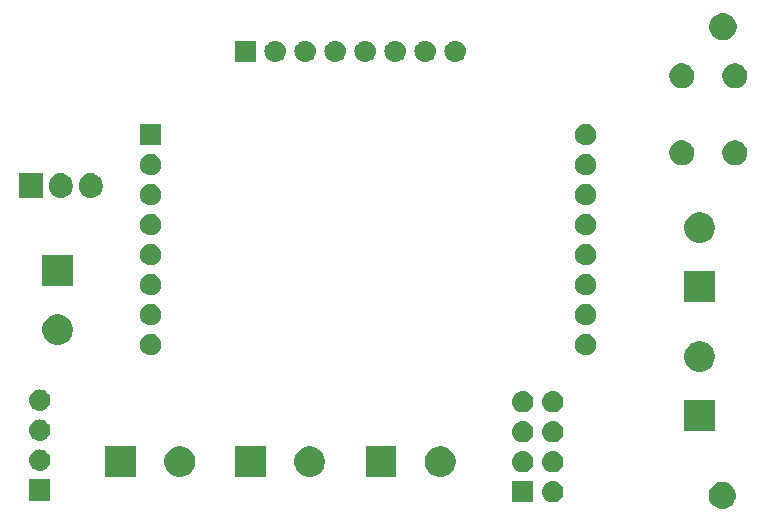
<source format=gbr>
G04 #@! TF.GenerationSoftware,KiCad,Pcbnew,5.1.2*
G04 #@! TF.CreationDate,2019-05-23T10:46:27+02:00*
G04 #@! TF.ProjectId,pcb,7063622e-6b69-4636-9164-5f7063625858,rev?*
G04 #@! TF.SameCoordinates,Original*
G04 #@! TF.FileFunction,Soldermask,Bot*
G04 #@! TF.FilePolarity,Negative*
%FSLAX46Y46*%
G04 Gerber Fmt 4.6, Leading zero omitted, Abs format (unit mm)*
G04 Created by KiCad (PCBNEW 5.1.2) date 2019-05-23 10:46:27*
%MOMM*%
%LPD*%
G04 APERTURE LIST*
%ADD10C,0.100000*%
G04 APERTURE END LIST*
D10*
G36*
X152497549Y-81230616D02*
G01*
X152608734Y-81252732D01*
X152818203Y-81339497D01*
X153006720Y-81465460D01*
X153167040Y-81625780D01*
X153213648Y-81695534D01*
X153293004Y-81814299D01*
X153379768Y-82023767D01*
X153424000Y-82246135D01*
X153424000Y-82472865D01*
X153409653Y-82544991D01*
X153379768Y-82695234D01*
X153293003Y-82904703D01*
X153167040Y-83093220D01*
X153006720Y-83253540D01*
X152818203Y-83379503D01*
X152608734Y-83466268D01*
X152497549Y-83488384D01*
X152386365Y-83510500D01*
X152159635Y-83510500D01*
X152048451Y-83488384D01*
X151937266Y-83466268D01*
X151727797Y-83379503D01*
X151539280Y-83253540D01*
X151378960Y-83093220D01*
X151252997Y-82904703D01*
X151166232Y-82695234D01*
X151136347Y-82544991D01*
X151122000Y-82472865D01*
X151122000Y-82246135D01*
X151166232Y-82023767D01*
X151252996Y-81814299D01*
X151332352Y-81695534D01*
X151378960Y-81625780D01*
X151539280Y-81465460D01*
X151727797Y-81339497D01*
X151937266Y-81252732D01*
X152048451Y-81230616D01*
X152159635Y-81208500D01*
X152386365Y-81208500D01*
X152497549Y-81230616D01*
X152497549Y-81230616D01*
G37*
G36*
X138032443Y-81147519D02*
G01*
X138098627Y-81154037D01*
X138268466Y-81205557D01*
X138424991Y-81289222D01*
X138460729Y-81318552D01*
X138562186Y-81401814D01*
X138645448Y-81503271D01*
X138674778Y-81539009D01*
X138758443Y-81695534D01*
X138809963Y-81865373D01*
X138827359Y-82042000D01*
X138809963Y-82218627D01*
X138758443Y-82388466D01*
X138674778Y-82544991D01*
X138645448Y-82580729D01*
X138562186Y-82682186D01*
X138460729Y-82765448D01*
X138424991Y-82794778D01*
X138268466Y-82878443D01*
X138098627Y-82929963D01*
X138032443Y-82936481D01*
X137966260Y-82943000D01*
X137877740Y-82943000D01*
X137811557Y-82936481D01*
X137745373Y-82929963D01*
X137575534Y-82878443D01*
X137419009Y-82794778D01*
X137383271Y-82765448D01*
X137281814Y-82682186D01*
X137198552Y-82580729D01*
X137169222Y-82544991D01*
X137085557Y-82388466D01*
X137034037Y-82218627D01*
X137016641Y-82042000D01*
X137034037Y-81865373D01*
X137085557Y-81695534D01*
X137169222Y-81539009D01*
X137198552Y-81503271D01*
X137281814Y-81401814D01*
X137383271Y-81318552D01*
X137419009Y-81289222D01*
X137575534Y-81205557D01*
X137745373Y-81154037D01*
X137811557Y-81147519D01*
X137877740Y-81141000D01*
X137966260Y-81141000D01*
X138032443Y-81147519D01*
X138032443Y-81147519D01*
G37*
G36*
X136283000Y-82943000D02*
G01*
X134481000Y-82943000D01*
X134481000Y-81141000D01*
X136283000Y-81141000D01*
X136283000Y-82943000D01*
X136283000Y-82943000D01*
G37*
G36*
X95389000Y-82816000D02*
G01*
X93587000Y-82816000D01*
X93587000Y-81014000D01*
X95389000Y-81014000D01*
X95389000Y-82816000D01*
X95389000Y-82816000D01*
G37*
G36*
X117723687Y-78250996D02*
G01*
X117960453Y-78349068D01*
X117960455Y-78349069D01*
X118173539Y-78491447D01*
X118354753Y-78672661D01*
X118481142Y-78861815D01*
X118497132Y-78885747D01*
X118595204Y-79122513D01*
X118645200Y-79373861D01*
X118645200Y-79630139D01*
X118595204Y-79881487D01*
X118539824Y-80015185D01*
X118497131Y-80118255D01*
X118354753Y-80331339D01*
X118173539Y-80512553D01*
X117960455Y-80654931D01*
X117960454Y-80654932D01*
X117960453Y-80654932D01*
X117723687Y-80753004D01*
X117472339Y-80803000D01*
X117216061Y-80803000D01*
X116964713Y-80753004D01*
X116727947Y-80654932D01*
X116727946Y-80654932D01*
X116727945Y-80654931D01*
X116514861Y-80512553D01*
X116333647Y-80331339D01*
X116191269Y-80118255D01*
X116148576Y-80015185D01*
X116093196Y-79881487D01*
X116043200Y-79630139D01*
X116043200Y-79373861D01*
X116093196Y-79122513D01*
X116191268Y-78885747D01*
X116207259Y-78861815D01*
X116333647Y-78672661D01*
X116514861Y-78491447D01*
X116727945Y-78349069D01*
X116727947Y-78349068D01*
X116964713Y-78250996D01*
X117216061Y-78201000D01*
X117472339Y-78201000D01*
X117723687Y-78250996D01*
X117723687Y-78250996D01*
G37*
G36*
X124694200Y-80803000D02*
G01*
X122092200Y-80803000D01*
X122092200Y-78201000D01*
X124694200Y-78201000D01*
X124694200Y-80803000D01*
X124694200Y-80803000D01*
G37*
G36*
X128772687Y-78250996D02*
G01*
X129009453Y-78349068D01*
X129009455Y-78349069D01*
X129222539Y-78491447D01*
X129403753Y-78672661D01*
X129530142Y-78861815D01*
X129546132Y-78885747D01*
X129644204Y-79122513D01*
X129694200Y-79373861D01*
X129694200Y-79630139D01*
X129644204Y-79881487D01*
X129588824Y-80015185D01*
X129546131Y-80118255D01*
X129403753Y-80331339D01*
X129222539Y-80512553D01*
X129009455Y-80654931D01*
X129009454Y-80654932D01*
X129009453Y-80654932D01*
X128772687Y-80753004D01*
X128521339Y-80803000D01*
X128265061Y-80803000D01*
X128013713Y-80753004D01*
X127776947Y-80654932D01*
X127776946Y-80654932D01*
X127776945Y-80654931D01*
X127563861Y-80512553D01*
X127382647Y-80331339D01*
X127240269Y-80118255D01*
X127197576Y-80015185D01*
X127142196Y-79881487D01*
X127092200Y-79630139D01*
X127092200Y-79373861D01*
X127142196Y-79122513D01*
X127240268Y-78885747D01*
X127256259Y-78861815D01*
X127382647Y-78672661D01*
X127563861Y-78491447D01*
X127776945Y-78349069D01*
X127776947Y-78349068D01*
X128013713Y-78250996D01*
X128265061Y-78201000D01*
X128521339Y-78201000D01*
X128772687Y-78250996D01*
X128772687Y-78250996D01*
G37*
G36*
X113645200Y-80803000D02*
G01*
X111043200Y-80803000D01*
X111043200Y-78201000D01*
X113645200Y-78201000D01*
X113645200Y-80803000D01*
X113645200Y-80803000D01*
G37*
G36*
X102647000Y-80803000D02*
G01*
X100045000Y-80803000D01*
X100045000Y-78201000D01*
X102647000Y-78201000D01*
X102647000Y-80803000D01*
X102647000Y-80803000D01*
G37*
G36*
X106725487Y-78250996D02*
G01*
X106962253Y-78349068D01*
X106962255Y-78349069D01*
X107175339Y-78491447D01*
X107356553Y-78672661D01*
X107482942Y-78861815D01*
X107498932Y-78885747D01*
X107597004Y-79122513D01*
X107647000Y-79373861D01*
X107647000Y-79630139D01*
X107597004Y-79881487D01*
X107541624Y-80015185D01*
X107498931Y-80118255D01*
X107356553Y-80331339D01*
X107175339Y-80512553D01*
X106962255Y-80654931D01*
X106962254Y-80654932D01*
X106962253Y-80654932D01*
X106725487Y-80753004D01*
X106474139Y-80803000D01*
X106217861Y-80803000D01*
X105966513Y-80753004D01*
X105729747Y-80654932D01*
X105729746Y-80654932D01*
X105729745Y-80654931D01*
X105516661Y-80512553D01*
X105335447Y-80331339D01*
X105193069Y-80118255D01*
X105150376Y-80015185D01*
X105094996Y-79881487D01*
X105045000Y-79630139D01*
X105045000Y-79373861D01*
X105094996Y-79122513D01*
X105193068Y-78885747D01*
X105209059Y-78861815D01*
X105335447Y-78672661D01*
X105516661Y-78491447D01*
X105729745Y-78349069D01*
X105729747Y-78349068D01*
X105966513Y-78250996D01*
X106217861Y-78201000D01*
X106474139Y-78201000D01*
X106725487Y-78250996D01*
X106725487Y-78250996D01*
G37*
G36*
X138032442Y-78607518D02*
G01*
X138098627Y-78614037D01*
X138268466Y-78665557D01*
X138424991Y-78749222D01*
X138460729Y-78778552D01*
X138562186Y-78861814D01*
X138645448Y-78963271D01*
X138674778Y-78999009D01*
X138758443Y-79155534D01*
X138809963Y-79325373D01*
X138827359Y-79502000D01*
X138809963Y-79678627D01*
X138758443Y-79848466D01*
X138674778Y-80004991D01*
X138666411Y-80015186D01*
X138562186Y-80142186D01*
X138460729Y-80225448D01*
X138424991Y-80254778D01*
X138268466Y-80338443D01*
X138098627Y-80389963D01*
X138032442Y-80396482D01*
X137966260Y-80403000D01*
X137877740Y-80403000D01*
X137811558Y-80396482D01*
X137745373Y-80389963D01*
X137575534Y-80338443D01*
X137419009Y-80254778D01*
X137383271Y-80225448D01*
X137281814Y-80142186D01*
X137177589Y-80015186D01*
X137169222Y-80004991D01*
X137085557Y-79848466D01*
X137034037Y-79678627D01*
X137016641Y-79502000D01*
X137034037Y-79325373D01*
X137085557Y-79155534D01*
X137169222Y-78999009D01*
X137198552Y-78963271D01*
X137281814Y-78861814D01*
X137383271Y-78778552D01*
X137419009Y-78749222D01*
X137575534Y-78665557D01*
X137745373Y-78614037D01*
X137811558Y-78607518D01*
X137877740Y-78601000D01*
X137966260Y-78601000D01*
X138032442Y-78607518D01*
X138032442Y-78607518D01*
G37*
G36*
X135492442Y-78607518D02*
G01*
X135558627Y-78614037D01*
X135728466Y-78665557D01*
X135884991Y-78749222D01*
X135920729Y-78778552D01*
X136022186Y-78861814D01*
X136105448Y-78963271D01*
X136134778Y-78999009D01*
X136218443Y-79155534D01*
X136269963Y-79325373D01*
X136287359Y-79502000D01*
X136269963Y-79678627D01*
X136218443Y-79848466D01*
X136134778Y-80004991D01*
X136126411Y-80015186D01*
X136022186Y-80142186D01*
X135920729Y-80225448D01*
X135884991Y-80254778D01*
X135728466Y-80338443D01*
X135558627Y-80389963D01*
X135492442Y-80396482D01*
X135426260Y-80403000D01*
X135337740Y-80403000D01*
X135271558Y-80396482D01*
X135205373Y-80389963D01*
X135035534Y-80338443D01*
X134879009Y-80254778D01*
X134843271Y-80225448D01*
X134741814Y-80142186D01*
X134637589Y-80015186D01*
X134629222Y-80004991D01*
X134545557Y-79848466D01*
X134494037Y-79678627D01*
X134476641Y-79502000D01*
X134494037Y-79325373D01*
X134545557Y-79155534D01*
X134629222Y-78999009D01*
X134658552Y-78963271D01*
X134741814Y-78861814D01*
X134843271Y-78778552D01*
X134879009Y-78749222D01*
X135035534Y-78665557D01*
X135205373Y-78614037D01*
X135271558Y-78607518D01*
X135337740Y-78601000D01*
X135426260Y-78601000D01*
X135492442Y-78607518D01*
X135492442Y-78607518D01*
G37*
G36*
X94598442Y-78480518D02*
G01*
X94664627Y-78487037D01*
X94834466Y-78538557D01*
X94990991Y-78622222D01*
X95026729Y-78651552D01*
X95128186Y-78734814D01*
X95211448Y-78836271D01*
X95240778Y-78872009D01*
X95324443Y-79028534D01*
X95375963Y-79198373D01*
X95393359Y-79375000D01*
X95375963Y-79551627D01*
X95324443Y-79721466D01*
X95240778Y-79877991D01*
X95211448Y-79913729D01*
X95128186Y-80015186D01*
X95026729Y-80098448D01*
X94990991Y-80127778D01*
X94834466Y-80211443D01*
X94664627Y-80262963D01*
X94598442Y-80269482D01*
X94532260Y-80276000D01*
X94443740Y-80276000D01*
X94377558Y-80269482D01*
X94311373Y-80262963D01*
X94141534Y-80211443D01*
X93985009Y-80127778D01*
X93949271Y-80098448D01*
X93847814Y-80015186D01*
X93764552Y-79913729D01*
X93735222Y-79877991D01*
X93651557Y-79721466D01*
X93600037Y-79551627D01*
X93582641Y-79375000D01*
X93600037Y-79198373D01*
X93651557Y-79028534D01*
X93735222Y-78872009D01*
X93764552Y-78836271D01*
X93847814Y-78734814D01*
X93949271Y-78651552D01*
X93985009Y-78622222D01*
X94141534Y-78538557D01*
X94311373Y-78487037D01*
X94377558Y-78480518D01*
X94443740Y-78474000D01*
X94532260Y-78474000D01*
X94598442Y-78480518D01*
X94598442Y-78480518D01*
G37*
G36*
X135492443Y-76067519D02*
G01*
X135558627Y-76074037D01*
X135728466Y-76125557D01*
X135884991Y-76209222D01*
X135920729Y-76238552D01*
X136022186Y-76321814D01*
X136105448Y-76423271D01*
X136134778Y-76459009D01*
X136218443Y-76615534D01*
X136269963Y-76785373D01*
X136287359Y-76962000D01*
X136269963Y-77138627D01*
X136218443Y-77308466D01*
X136134778Y-77464991D01*
X136126411Y-77475186D01*
X136022186Y-77602186D01*
X135920729Y-77685448D01*
X135884991Y-77714778D01*
X135728466Y-77798443D01*
X135558627Y-77849963D01*
X135492443Y-77856481D01*
X135426260Y-77863000D01*
X135337740Y-77863000D01*
X135271557Y-77856481D01*
X135205373Y-77849963D01*
X135035534Y-77798443D01*
X134879009Y-77714778D01*
X134843271Y-77685448D01*
X134741814Y-77602186D01*
X134637589Y-77475186D01*
X134629222Y-77464991D01*
X134545557Y-77308466D01*
X134494037Y-77138627D01*
X134476641Y-76962000D01*
X134494037Y-76785373D01*
X134545557Y-76615534D01*
X134629222Y-76459009D01*
X134658552Y-76423271D01*
X134741814Y-76321814D01*
X134843271Y-76238552D01*
X134879009Y-76209222D01*
X135035534Y-76125557D01*
X135205373Y-76074037D01*
X135271557Y-76067519D01*
X135337740Y-76061000D01*
X135426260Y-76061000D01*
X135492443Y-76067519D01*
X135492443Y-76067519D01*
G37*
G36*
X138032443Y-76067519D02*
G01*
X138098627Y-76074037D01*
X138268466Y-76125557D01*
X138424991Y-76209222D01*
X138460729Y-76238552D01*
X138562186Y-76321814D01*
X138645448Y-76423271D01*
X138674778Y-76459009D01*
X138758443Y-76615534D01*
X138809963Y-76785373D01*
X138827359Y-76962000D01*
X138809963Y-77138627D01*
X138758443Y-77308466D01*
X138674778Y-77464991D01*
X138666411Y-77475186D01*
X138562186Y-77602186D01*
X138460729Y-77685448D01*
X138424991Y-77714778D01*
X138268466Y-77798443D01*
X138098627Y-77849963D01*
X138032443Y-77856481D01*
X137966260Y-77863000D01*
X137877740Y-77863000D01*
X137811557Y-77856481D01*
X137745373Y-77849963D01*
X137575534Y-77798443D01*
X137419009Y-77714778D01*
X137383271Y-77685448D01*
X137281814Y-77602186D01*
X137177589Y-77475186D01*
X137169222Y-77464991D01*
X137085557Y-77308466D01*
X137034037Y-77138627D01*
X137016641Y-76962000D01*
X137034037Y-76785373D01*
X137085557Y-76615534D01*
X137169222Y-76459009D01*
X137198552Y-76423271D01*
X137281814Y-76321814D01*
X137383271Y-76238552D01*
X137419009Y-76209222D01*
X137575534Y-76125557D01*
X137745373Y-76074037D01*
X137811557Y-76067519D01*
X137877740Y-76061000D01*
X137966260Y-76061000D01*
X138032443Y-76067519D01*
X138032443Y-76067519D01*
G37*
G36*
X94598442Y-75940518D02*
G01*
X94664627Y-75947037D01*
X94834466Y-75998557D01*
X94990991Y-76082222D01*
X95026729Y-76111552D01*
X95128186Y-76194814D01*
X95211448Y-76296271D01*
X95240778Y-76332009D01*
X95324443Y-76488534D01*
X95375963Y-76658373D01*
X95393359Y-76835000D01*
X95375963Y-77011627D01*
X95324443Y-77181466D01*
X95240778Y-77337991D01*
X95211448Y-77373729D01*
X95128186Y-77475186D01*
X95026729Y-77558448D01*
X94990991Y-77587778D01*
X94834466Y-77671443D01*
X94664627Y-77722963D01*
X94598443Y-77729481D01*
X94532260Y-77736000D01*
X94443740Y-77736000D01*
X94377557Y-77729481D01*
X94311373Y-77722963D01*
X94141534Y-77671443D01*
X93985009Y-77587778D01*
X93949271Y-77558448D01*
X93847814Y-77475186D01*
X93764552Y-77373729D01*
X93735222Y-77337991D01*
X93651557Y-77181466D01*
X93600037Y-77011627D01*
X93582641Y-76835000D01*
X93600037Y-76658373D01*
X93651557Y-76488534D01*
X93735222Y-76332009D01*
X93764552Y-76296271D01*
X93847814Y-76194814D01*
X93949271Y-76111552D01*
X93985009Y-76082222D01*
X94141534Y-75998557D01*
X94311373Y-75947037D01*
X94377558Y-75940518D01*
X94443740Y-75934000D01*
X94532260Y-75934000D01*
X94598442Y-75940518D01*
X94598442Y-75940518D01*
G37*
G36*
X151669000Y-76913000D02*
G01*
X149067000Y-76913000D01*
X149067000Y-74311000D01*
X151669000Y-74311000D01*
X151669000Y-76913000D01*
X151669000Y-76913000D01*
G37*
G36*
X135492442Y-73527518D02*
G01*
X135558627Y-73534037D01*
X135728466Y-73585557D01*
X135884991Y-73669222D01*
X135920729Y-73698552D01*
X136022186Y-73781814D01*
X136105448Y-73883271D01*
X136134778Y-73919009D01*
X136218443Y-74075534D01*
X136269963Y-74245373D01*
X136287359Y-74422000D01*
X136269963Y-74598627D01*
X136218443Y-74768466D01*
X136134778Y-74924991D01*
X136126411Y-74935186D01*
X136022186Y-75062186D01*
X135920729Y-75145448D01*
X135884991Y-75174778D01*
X135728466Y-75258443D01*
X135558627Y-75309963D01*
X135492443Y-75316481D01*
X135426260Y-75323000D01*
X135337740Y-75323000D01*
X135271557Y-75316481D01*
X135205373Y-75309963D01*
X135035534Y-75258443D01*
X134879009Y-75174778D01*
X134843271Y-75145448D01*
X134741814Y-75062186D01*
X134637589Y-74935186D01*
X134629222Y-74924991D01*
X134545557Y-74768466D01*
X134494037Y-74598627D01*
X134476641Y-74422000D01*
X134494037Y-74245373D01*
X134545557Y-74075534D01*
X134629222Y-73919009D01*
X134658552Y-73883271D01*
X134741814Y-73781814D01*
X134843271Y-73698552D01*
X134879009Y-73669222D01*
X135035534Y-73585557D01*
X135205373Y-73534037D01*
X135271558Y-73527518D01*
X135337740Y-73521000D01*
X135426260Y-73521000D01*
X135492442Y-73527518D01*
X135492442Y-73527518D01*
G37*
G36*
X138032442Y-73527518D02*
G01*
X138098627Y-73534037D01*
X138268466Y-73585557D01*
X138424991Y-73669222D01*
X138460729Y-73698552D01*
X138562186Y-73781814D01*
X138645448Y-73883271D01*
X138674778Y-73919009D01*
X138758443Y-74075534D01*
X138809963Y-74245373D01*
X138827359Y-74422000D01*
X138809963Y-74598627D01*
X138758443Y-74768466D01*
X138674778Y-74924991D01*
X138666411Y-74935186D01*
X138562186Y-75062186D01*
X138460729Y-75145448D01*
X138424991Y-75174778D01*
X138268466Y-75258443D01*
X138098627Y-75309963D01*
X138032443Y-75316481D01*
X137966260Y-75323000D01*
X137877740Y-75323000D01*
X137811557Y-75316481D01*
X137745373Y-75309963D01*
X137575534Y-75258443D01*
X137419009Y-75174778D01*
X137383271Y-75145448D01*
X137281814Y-75062186D01*
X137177589Y-74935186D01*
X137169222Y-74924991D01*
X137085557Y-74768466D01*
X137034037Y-74598627D01*
X137016641Y-74422000D01*
X137034037Y-74245373D01*
X137085557Y-74075534D01*
X137169222Y-73919009D01*
X137198552Y-73883271D01*
X137281814Y-73781814D01*
X137383271Y-73698552D01*
X137419009Y-73669222D01*
X137575534Y-73585557D01*
X137745373Y-73534037D01*
X137811558Y-73527518D01*
X137877740Y-73521000D01*
X137966260Y-73521000D01*
X138032442Y-73527518D01*
X138032442Y-73527518D01*
G37*
G36*
X94598443Y-73400519D02*
G01*
X94664627Y-73407037D01*
X94834466Y-73458557D01*
X94990991Y-73542222D01*
X95026729Y-73571552D01*
X95128186Y-73654814D01*
X95211448Y-73756271D01*
X95240778Y-73792009D01*
X95324443Y-73948534D01*
X95375963Y-74118373D01*
X95393359Y-74295000D01*
X95375963Y-74471627D01*
X95324443Y-74641466D01*
X95240778Y-74797991D01*
X95211448Y-74833729D01*
X95128186Y-74935186D01*
X95026729Y-75018448D01*
X94990991Y-75047778D01*
X94834466Y-75131443D01*
X94664627Y-75182963D01*
X94598442Y-75189482D01*
X94532260Y-75196000D01*
X94443740Y-75196000D01*
X94377558Y-75189482D01*
X94311373Y-75182963D01*
X94141534Y-75131443D01*
X93985009Y-75047778D01*
X93949271Y-75018448D01*
X93847814Y-74935186D01*
X93764552Y-74833729D01*
X93735222Y-74797991D01*
X93651557Y-74641466D01*
X93600037Y-74471627D01*
X93582641Y-74295000D01*
X93600037Y-74118373D01*
X93651557Y-73948534D01*
X93735222Y-73792009D01*
X93764552Y-73756271D01*
X93847814Y-73654814D01*
X93949271Y-73571552D01*
X93985009Y-73542222D01*
X94141534Y-73458557D01*
X94311373Y-73407037D01*
X94377557Y-73400519D01*
X94443740Y-73394000D01*
X94532260Y-73394000D01*
X94598443Y-73400519D01*
X94598443Y-73400519D01*
G37*
G36*
X150747487Y-69360996D02*
G01*
X150984253Y-69459068D01*
X150984255Y-69459069D01*
X151160756Y-69577003D01*
X151197339Y-69601447D01*
X151378553Y-69782661D01*
X151520932Y-69995747D01*
X151619004Y-70232513D01*
X151669000Y-70483861D01*
X151669000Y-70740139D01*
X151619004Y-70991487D01*
X151520932Y-71228253D01*
X151520931Y-71228255D01*
X151378553Y-71441339D01*
X151197339Y-71622553D01*
X150984255Y-71764931D01*
X150984254Y-71764932D01*
X150984253Y-71764932D01*
X150747487Y-71863004D01*
X150496139Y-71913000D01*
X150239861Y-71913000D01*
X149988513Y-71863004D01*
X149751747Y-71764932D01*
X149751746Y-71764932D01*
X149751745Y-71764931D01*
X149538661Y-71622553D01*
X149357447Y-71441339D01*
X149215069Y-71228255D01*
X149215068Y-71228253D01*
X149116996Y-70991487D01*
X149067000Y-70740139D01*
X149067000Y-70483861D01*
X149116996Y-70232513D01*
X149215068Y-69995747D01*
X149357447Y-69782661D01*
X149538661Y-69601447D01*
X149575244Y-69577003D01*
X149751745Y-69459069D01*
X149751747Y-69459068D01*
X149988513Y-69360996D01*
X150239861Y-69311000D01*
X150496139Y-69311000D01*
X150747487Y-69360996D01*
X150747487Y-69360996D01*
G37*
G36*
X140829512Y-68699927D02*
G01*
X140978812Y-68729624D01*
X141142784Y-68797544D01*
X141290354Y-68896147D01*
X141415853Y-69021646D01*
X141514456Y-69169216D01*
X141582376Y-69333188D01*
X141617000Y-69507259D01*
X141617000Y-69684741D01*
X141582376Y-69858812D01*
X141514456Y-70022784D01*
X141415853Y-70170354D01*
X141290354Y-70295853D01*
X141142784Y-70394456D01*
X140978812Y-70462376D01*
X140829512Y-70492073D01*
X140804742Y-70497000D01*
X140627258Y-70497000D01*
X140602488Y-70492073D01*
X140453188Y-70462376D01*
X140289216Y-70394456D01*
X140141646Y-70295853D01*
X140016147Y-70170354D01*
X139917544Y-70022784D01*
X139849624Y-69858812D01*
X139815000Y-69684741D01*
X139815000Y-69507259D01*
X139849624Y-69333188D01*
X139917544Y-69169216D01*
X140016147Y-69021646D01*
X140141646Y-68896147D01*
X140289216Y-68797544D01*
X140453188Y-68729624D01*
X140602488Y-68699927D01*
X140627258Y-68695000D01*
X140804742Y-68695000D01*
X140829512Y-68699927D01*
X140829512Y-68699927D01*
G37*
G36*
X103999512Y-68699927D02*
G01*
X104148812Y-68729624D01*
X104312784Y-68797544D01*
X104460354Y-68896147D01*
X104585853Y-69021646D01*
X104684456Y-69169216D01*
X104752376Y-69333188D01*
X104787000Y-69507259D01*
X104787000Y-69684741D01*
X104752376Y-69858812D01*
X104684456Y-70022784D01*
X104585853Y-70170354D01*
X104460354Y-70295853D01*
X104312784Y-70394456D01*
X104148812Y-70462376D01*
X103999512Y-70492073D01*
X103974742Y-70497000D01*
X103797258Y-70497000D01*
X103772488Y-70492073D01*
X103623188Y-70462376D01*
X103459216Y-70394456D01*
X103311646Y-70295853D01*
X103186147Y-70170354D01*
X103087544Y-70022784D01*
X103019624Y-69858812D01*
X102985000Y-69684741D01*
X102985000Y-69507259D01*
X103019624Y-69333188D01*
X103087544Y-69169216D01*
X103186147Y-69021646D01*
X103311646Y-68896147D01*
X103459216Y-68797544D01*
X103623188Y-68729624D01*
X103772488Y-68699927D01*
X103797258Y-68695000D01*
X103974742Y-68695000D01*
X103999512Y-68699927D01*
X103999512Y-68699927D01*
G37*
G36*
X96391487Y-67074996D02*
G01*
X96559868Y-67144742D01*
X96628255Y-67173069D01*
X96841339Y-67315447D01*
X97022553Y-67496661D01*
X97111884Y-67630354D01*
X97164932Y-67709747D01*
X97263004Y-67946513D01*
X97313000Y-68197861D01*
X97313000Y-68454139D01*
X97263004Y-68705487D01*
X97184030Y-68896147D01*
X97164931Y-68942255D01*
X97022553Y-69155339D01*
X96841339Y-69336553D01*
X96628255Y-69478931D01*
X96628254Y-69478932D01*
X96628253Y-69478932D01*
X96391487Y-69577004D01*
X96140139Y-69627000D01*
X95883861Y-69627000D01*
X95632513Y-69577004D01*
X95395747Y-69478932D01*
X95395746Y-69478932D01*
X95395745Y-69478931D01*
X95182661Y-69336553D01*
X95001447Y-69155339D01*
X94859069Y-68942255D01*
X94839970Y-68896147D01*
X94760996Y-68705487D01*
X94711000Y-68454139D01*
X94711000Y-68197861D01*
X94760996Y-67946513D01*
X94859068Y-67709747D01*
X94912117Y-67630354D01*
X95001447Y-67496661D01*
X95182661Y-67315447D01*
X95395745Y-67173069D01*
X95464132Y-67144742D01*
X95632513Y-67074996D01*
X95883861Y-67025000D01*
X96140139Y-67025000D01*
X96391487Y-67074996D01*
X96391487Y-67074996D01*
G37*
G36*
X103999512Y-66159927D02*
G01*
X104148812Y-66189624D01*
X104312784Y-66257544D01*
X104460354Y-66356147D01*
X104585853Y-66481646D01*
X104684456Y-66629216D01*
X104752376Y-66793188D01*
X104787000Y-66967259D01*
X104787000Y-67144741D01*
X104752376Y-67318812D01*
X104684456Y-67482784D01*
X104585853Y-67630354D01*
X104460354Y-67755853D01*
X104312784Y-67854456D01*
X104148812Y-67922376D01*
X103999512Y-67952073D01*
X103974742Y-67957000D01*
X103797258Y-67957000D01*
X103772488Y-67952073D01*
X103623188Y-67922376D01*
X103459216Y-67854456D01*
X103311646Y-67755853D01*
X103186147Y-67630354D01*
X103087544Y-67482784D01*
X103019624Y-67318812D01*
X102985000Y-67144741D01*
X102985000Y-66967259D01*
X103019624Y-66793188D01*
X103087544Y-66629216D01*
X103186147Y-66481646D01*
X103311646Y-66356147D01*
X103459216Y-66257544D01*
X103623188Y-66189624D01*
X103772488Y-66159927D01*
X103797258Y-66155000D01*
X103974742Y-66155000D01*
X103999512Y-66159927D01*
X103999512Y-66159927D01*
G37*
G36*
X140829512Y-66159927D02*
G01*
X140978812Y-66189624D01*
X141142784Y-66257544D01*
X141290354Y-66356147D01*
X141415853Y-66481646D01*
X141514456Y-66629216D01*
X141582376Y-66793188D01*
X141617000Y-66967259D01*
X141617000Y-67144741D01*
X141582376Y-67318812D01*
X141514456Y-67482784D01*
X141415853Y-67630354D01*
X141290354Y-67755853D01*
X141142784Y-67854456D01*
X140978812Y-67922376D01*
X140829512Y-67952073D01*
X140804742Y-67957000D01*
X140627258Y-67957000D01*
X140602488Y-67952073D01*
X140453188Y-67922376D01*
X140289216Y-67854456D01*
X140141646Y-67755853D01*
X140016147Y-67630354D01*
X139917544Y-67482784D01*
X139849624Y-67318812D01*
X139815000Y-67144741D01*
X139815000Y-66967259D01*
X139849624Y-66793188D01*
X139917544Y-66629216D01*
X140016147Y-66481646D01*
X140141646Y-66356147D01*
X140289216Y-66257544D01*
X140453188Y-66189624D01*
X140602488Y-66159927D01*
X140627258Y-66155000D01*
X140804742Y-66155000D01*
X140829512Y-66159927D01*
X140829512Y-66159927D01*
G37*
G36*
X151669000Y-65991000D02*
G01*
X149067000Y-65991000D01*
X149067000Y-63389000D01*
X151669000Y-63389000D01*
X151669000Y-65991000D01*
X151669000Y-65991000D01*
G37*
G36*
X140829512Y-63619927D02*
G01*
X140978812Y-63649624D01*
X141142784Y-63717544D01*
X141290354Y-63816147D01*
X141415853Y-63941646D01*
X141514456Y-64089216D01*
X141582376Y-64253188D01*
X141617000Y-64427259D01*
X141617000Y-64604741D01*
X141582376Y-64778812D01*
X141514456Y-64942784D01*
X141415853Y-65090354D01*
X141290354Y-65215853D01*
X141142784Y-65314456D01*
X140978812Y-65382376D01*
X140829512Y-65412073D01*
X140804742Y-65417000D01*
X140627258Y-65417000D01*
X140602488Y-65412073D01*
X140453188Y-65382376D01*
X140289216Y-65314456D01*
X140141646Y-65215853D01*
X140016147Y-65090354D01*
X139917544Y-64942784D01*
X139849624Y-64778812D01*
X139815000Y-64604741D01*
X139815000Y-64427259D01*
X139849624Y-64253188D01*
X139917544Y-64089216D01*
X140016147Y-63941646D01*
X140141646Y-63816147D01*
X140289216Y-63717544D01*
X140453188Y-63649624D01*
X140602488Y-63619927D01*
X140627258Y-63615000D01*
X140804742Y-63615000D01*
X140829512Y-63619927D01*
X140829512Y-63619927D01*
G37*
G36*
X103999512Y-63619927D02*
G01*
X104148812Y-63649624D01*
X104312784Y-63717544D01*
X104460354Y-63816147D01*
X104585853Y-63941646D01*
X104684456Y-64089216D01*
X104752376Y-64253188D01*
X104787000Y-64427259D01*
X104787000Y-64604741D01*
X104752376Y-64778812D01*
X104684456Y-64942784D01*
X104585853Y-65090354D01*
X104460354Y-65215853D01*
X104312784Y-65314456D01*
X104148812Y-65382376D01*
X103999512Y-65412073D01*
X103974742Y-65417000D01*
X103797258Y-65417000D01*
X103772488Y-65412073D01*
X103623188Y-65382376D01*
X103459216Y-65314456D01*
X103311646Y-65215853D01*
X103186147Y-65090354D01*
X103087544Y-64942784D01*
X103019624Y-64778812D01*
X102985000Y-64604741D01*
X102985000Y-64427259D01*
X103019624Y-64253188D01*
X103087544Y-64089216D01*
X103186147Y-63941646D01*
X103311646Y-63816147D01*
X103459216Y-63717544D01*
X103623188Y-63649624D01*
X103772488Y-63619927D01*
X103797258Y-63615000D01*
X103974742Y-63615000D01*
X103999512Y-63619927D01*
X103999512Y-63619927D01*
G37*
G36*
X97313000Y-64627000D02*
G01*
X94711000Y-64627000D01*
X94711000Y-62025000D01*
X97313000Y-62025000D01*
X97313000Y-64627000D01*
X97313000Y-64627000D01*
G37*
G36*
X140829512Y-61079927D02*
G01*
X140978812Y-61109624D01*
X141142784Y-61177544D01*
X141290354Y-61276147D01*
X141415853Y-61401646D01*
X141514456Y-61549216D01*
X141582376Y-61713188D01*
X141617000Y-61887259D01*
X141617000Y-62064741D01*
X141582376Y-62238812D01*
X141514456Y-62402784D01*
X141415853Y-62550354D01*
X141290354Y-62675853D01*
X141142784Y-62774456D01*
X140978812Y-62842376D01*
X140829512Y-62872073D01*
X140804742Y-62877000D01*
X140627258Y-62877000D01*
X140602488Y-62872073D01*
X140453188Y-62842376D01*
X140289216Y-62774456D01*
X140141646Y-62675853D01*
X140016147Y-62550354D01*
X139917544Y-62402784D01*
X139849624Y-62238812D01*
X139815000Y-62064741D01*
X139815000Y-61887259D01*
X139849624Y-61713188D01*
X139917544Y-61549216D01*
X140016147Y-61401646D01*
X140141646Y-61276147D01*
X140289216Y-61177544D01*
X140453188Y-61109624D01*
X140602488Y-61079927D01*
X140627258Y-61075000D01*
X140804742Y-61075000D01*
X140829512Y-61079927D01*
X140829512Y-61079927D01*
G37*
G36*
X103999512Y-61079927D02*
G01*
X104148812Y-61109624D01*
X104312784Y-61177544D01*
X104460354Y-61276147D01*
X104585853Y-61401646D01*
X104684456Y-61549216D01*
X104752376Y-61713188D01*
X104787000Y-61887259D01*
X104787000Y-62064741D01*
X104752376Y-62238812D01*
X104684456Y-62402784D01*
X104585853Y-62550354D01*
X104460354Y-62675853D01*
X104312784Y-62774456D01*
X104148812Y-62842376D01*
X103999512Y-62872073D01*
X103974742Y-62877000D01*
X103797258Y-62877000D01*
X103772488Y-62872073D01*
X103623188Y-62842376D01*
X103459216Y-62774456D01*
X103311646Y-62675853D01*
X103186147Y-62550354D01*
X103087544Y-62402784D01*
X103019624Y-62238812D01*
X102985000Y-62064741D01*
X102985000Y-61887259D01*
X103019624Y-61713188D01*
X103087544Y-61549216D01*
X103186147Y-61401646D01*
X103311646Y-61276147D01*
X103459216Y-61177544D01*
X103623188Y-61109624D01*
X103772488Y-61079927D01*
X103797258Y-61075000D01*
X103974742Y-61075000D01*
X103999512Y-61079927D01*
X103999512Y-61079927D01*
G37*
G36*
X150747487Y-58438996D02*
G01*
X150979260Y-58535000D01*
X150984255Y-58537069D01*
X151134627Y-58637544D01*
X151197339Y-58679447D01*
X151378553Y-58860661D01*
X151520932Y-59073747D01*
X151619004Y-59310513D01*
X151669000Y-59561861D01*
X151669000Y-59818139D01*
X151619004Y-60069487D01*
X151591514Y-60135853D01*
X151520931Y-60306255D01*
X151378553Y-60519339D01*
X151197339Y-60700553D01*
X150984255Y-60842931D01*
X150984254Y-60842932D01*
X150984253Y-60842932D01*
X150747487Y-60941004D01*
X150496139Y-60991000D01*
X150239861Y-60991000D01*
X149988513Y-60941004D01*
X149751747Y-60842932D01*
X149751746Y-60842932D01*
X149751745Y-60842931D01*
X149538661Y-60700553D01*
X149357447Y-60519339D01*
X149215069Y-60306255D01*
X149144486Y-60135853D01*
X149116996Y-60069487D01*
X149067000Y-59818139D01*
X149067000Y-59561861D01*
X149116996Y-59310513D01*
X149215068Y-59073747D01*
X149357447Y-58860661D01*
X149538661Y-58679447D01*
X149601373Y-58637544D01*
X149751745Y-58537069D01*
X149756740Y-58535000D01*
X149988513Y-58438996D01*
X150239861Y-58389000D01*
X150496139Y-58389000D01*
X150747487Y-58438996D01*
X150747487Y-58438996D01*
G37*
G36*
X140815138Y-58537068D02*
G01*
X140978812Y-58569624D01*
X141142784Y-58637544D01*
X141290354Y-58736147D01*
X141415853Y-58861646D01*
X141514456Y-59009216D01*
X141582376Y-59173188D01*
X141617000Y-59347259D01*
X141617000Y-59524741D01*
X141582376Y-59698812D01*
X141514456Y-59862784D01*
X141415853Y-60010354D01*
X141290354Y-60135853D01*
X141142784Y-60234456D01*
X140978812Y-60302376D01*
X140829512Y-60332073D01*
X140804742Y-60337000D01*
X140627258Y-60337000D01*
X140602488Y-60332073D01*
X140453188Y-60302376D01*
X140289216Y-60234456D01*
X140141646Y-60135853D01*
X140016147Y-60010354D01*
X139917544Y-59862784D01*
X139849624Y-59698812D01*
X139815000Y-59524741D01*
X139815000Y-59347259D01*
X139849624Y-59173188D01*
X139917544Y-59009216D01*
X140016147Y-58861646D01*
X140141646Y-58736147D01*
X140289216Y-58637544D01*
X140453188Y-58569624D01*
X140616862Y-58537068D01*
X140627258Y-58535000D01*
X140804742Y-58535000D01*
X140815138Y-58537068D01*
X140815138Y-58537068D01*
G37*
G36*
X103985138Y-58537068D02*
G01*
X104148812Y-58569624D01*
X104312784Y-58637544D01*
X104460354Y-58736147D01*
X104585853Y-58861646D01*
X104684456Y-59009216D01*
X104752376Y-59173188D01*
X104787000Y-59347259D01*
X104787000Y-59524741D01*
X104752376Y-59698812D01*
X104684456Y-59862784D01*
X104585853Y-60010354D01*
X104460354Y-60135853D01*
X104312784Y-60234456D01*
X104148812Y-60302376D01*
X103999512Y-60332073D01*
X103974742Y-60337000D01*
X103797258Y-60337000D01*
X103772488Y-60332073D01*
X103623188Y-60302376D01*
X103459216Y-60234456D01*
X103311646Y-60135853D01*
X103186147Y-60010354D01*
X103087544Y-59862784D01*
X103019624Y-59698812D01*
X102985000Y-59524741D01*
X102985000Y-59347259D01*
X103019624Y-59173188D01*
X103087544Y-59009216D01*
X103186147Y-58861646D01*
X103311646Y-58736147D01*
X103459216Y-58637544D01*
X103623188Y-58569624D01*
X103786862Y-58537068D01*
X103797258Y-58535000D01*
X103974742Y-58535000D01*
X103985138Y-58537068D01*
X103985138Y-58537068D01*
G37*
G36*
X103999512Y-55999927D02*
G01*
X104148812Y-56029624D01*
X104312784Y-56097544D01*
X104460354Y-56196147D01*
X104585853Y-56321646D01*
X104684456Y-56469216D01*
X104752376Y-56633188D01*
X104787000Y-56807259D01*
X104787000Y-56984741D01*
X104752376Y-57158812D01*
X104684456Y-57322784D01*
X104585853Y-57470354D01*
X104460354Y-57595853D01*
X104312784Y-57694456D01*
X104148812Y-57762376D01*
X103999512Y-57792073D01*
X103974742Y-57797000D01*
X103797258Y-57797000D01*
X103772488Y-57792073D01*
X103623188Y-57762376D01*
X103459216Y-57694456D01*
X103311646Y-57595853D01*
X103186147Y-57470354D01*
X103087544Y-57322784D01*
X103019624Y-57158812D01*
X102985000Y-56984741D01*
X102985000Y-56807259D01*
X103019624Y-56633188D01*
X103087544Y-56469216D01*
X103186147Y-56321646D01*
X103311646Y-56196147D01*
X103459216Y-56097544D01*
X103623188Y-56029624D01*
X103772488Y-55999927D01*
X103797258Y-55995000D01*
X103974742Y-55995000D01*
X103999512Y-55999927D01*
X103999512Y-55999927D01*
G37*
G36*
X140829512Y-55999927D02*
G01*
X140978812Y-56029624D01*
X141142784Y-56097544D01*
X141290354Y-56196147D01*
X141415853Y-56321646D01*
X141514456Y-56469216D01*
X141582376Y-56633188D01*
X141617000Y-56807259D01*
X141617000Y-56984741D01*
X141582376Y-57158812D01*
X141514456Y-57322784D01*
X141415853Y-57470354D01*
X141290354Y-57595853D01*
X141142784Y-57694456D01*
X140978812Y-57762376D01*
X140829512Y-57792073D01*
X140804742Y-57797000D01*
X140627258Y-57797000D01*
X140602488Y-57792073D01*
X140453188Y-57762376D01*
X140289216Y-57694456D01*
X140141646Y-57595853D01*
X140016147Y-57470354D01*
X139917544Y-57322784D01*
X139849624Y-57158812D01*
X139815000Y-56984741D01*
X139815000Y-56807259D01*
X139849624Y-56633188D01*
X139917544Y-56469216D01*
X140016147Y-56321646D01*
X140141646Y-56196147D01*
X140289216Y-56097544D01*
X140453188Y-56029624D01*
X140602488Y-55999927D01*
X140627258Y-55995000D01*
X140804742Y-55995000D01*
X140829512Y-55999927D01*
X140829512Y-55999927D01*
G37*
G36*
X96462719Y-55097520D02*
G01*
X96650413Y-55154456D01*
X96651883Y-55154902D01*
X96744333Y-55204318D01*
X96826212Y-55248083D01*
X96979015Y-55373485D01*
X97104417Y-55526288D01*
X97197599Y-55700619D01*
X97254980Y-55889780D01*
X97269500Y-56037206D01*
X97269500Y-56230793D01*
X97254980Y-56378219D01*
X97227376Y-56469218D01*
X97197598Y-56567383D01*
X97162424Y-56633188D01*
X97104417Y-56741712D01*
X96979015Y-56894515D01*
X96826212Y-57019917D01*
X96651881Y-57113099D01*
X96462720Y-57170480D01*
X96266000Y-57189855D01*
X96069281Y-57170480D01*
X95880120Y-57113099D01*
X95705788Y-57019917D01*
X95552985Y-56894515D01*
X95427583Y-56741712D01*
X95334401Y-56567381D01*
X95277020Y-56378220D01*
X95262500Y-56230794D01*
X95262500Y-56037207D01*
X95277020Y-55889781D01*
X95334401Y-55700620D01*
X95334402Y-55700617D01*
X95383818Y-55608167D01*
X95427583Y-55526288D01*
X95552985Y-55373485D01*
X95705788Y-55248083D01*
X95880119Y-55154901D01*
X96069280Y-55097520D01*
X96266000Y-55078145D01*
X96462719Y-55097520D01*
X96462719Y-55097520D01*
G37*
G36*
X99002719Y-55097520D02*
G01*
X99190413Y-55154456D01*
X99191883Y-55154902D01*
X99284333Y-55204318D01*
X99366212Y-55248083D01*
X99519015Y-55373485D01*
X99644417Y-55526288D01*
X99737599Y-55700619D01*
X99794980Y-55889780D01*
X99809500Y-56037206D01*
X99809500Y-56230793D01*
X99794980Y-56378219D01*
X99767376Y-56469218D01*
X99737598Y-56567383D01*
X99702424Y-56633188D01*
X99644417Y-56741712D01*
X99519015Y-56894515D01*
X99366212Y-57019917D01*
X99191881Y-57113099D01*
X99002720Y-57170480D01*
X98806000Y-57189855D01*
X98609281Y-57170480D01*
X98420120Y-57113099D01*
X98245788Y-57019917D01*
X98092985Y-56894515D01*
X97967583Y-56741712D01*
X97874401Y-56567381D01*
X97817020Y-56378220D01*
X97802500Y-56230794D01*
X97802500Y-56037207D01*
X97817020Y-55889781D01*
X97874401Y-55700620D01*
X97874402Y-55700617D01*
X97923818Y-55608167D01*
X97967583Y-55526288D01*
X98092985Y-55373485D01*
X98245788Y-55248083D01*
X98420119Y-55154901D01*
X98609280Y-55097520D01*
X98806000Y-55078145D01*
X99002719Y-55097520D01*
X99002719Y-55097520D01*
G37*
G36*
X94729500Y-57185000D02*
G01*
X92722500Y-57185000D01*
X92722500Y-55083000D01*
X94729500Y-55083000D01*
X94729500Y-57185000D01*
X94729500Y-57185000D01*
G37*
G36*
X140829512Y-53459927D02*
G01*
X140978812Y-53489624D01*
X141142784Y-53557544D01*
X141290354Y-53656147D01*
X141415853Y-53781646D01*
X141514456Y-53929216D01*
X141582376Y-54093188D01*
X141617000Y-54267259D01*
X141617000Y-54444741D01*
X141582376Y-54618812D01*
X141514456Y-54782784D01*
X141415853Y-54930354D01*
X141290354Y-55055853D01*
X141142784Y-55154456D01*
X140978812Y-55222376D01*
X140829512Y-55252073D01*
X140804742Y-55257000D01*
X140627258Y-55257000D01*
X140602488Y-55252073D01*
X140453188Y-55222376D01*
X140289216Y-55154456D01*
X140141646Y-55055853D01*
X140016147Y-54930354D01*
X139917544Y-54782784D01*
X139849624Y-54618812D01*
X139815000Y-54444741D01*
X139815000Y-54267259D01*
X139849624Y-54093188D01*
X139917544Y-53929216D01*
X140016147Y-53781646D01*
X140141646Y-53656147D01*
X140289216Y-53557544D01*
X140453188Y-53489624D01*
X140602488Y-53459927D01*
X140627258Y-53455000D01*
X140804742Y-53455000D01*
X140829512Y-53459927D01*
X140829512Y-53459927D01*
G37*
G36*
X103999512Y-53459927D02*
G01*
X104148812Y-53489624D01*
X104312784Y-53557544D01*
X104460354Y-53656147D01*
X104585853Y-53781646D01*
X104684456Y-53929216D01*
X104752376Y-54093188D01*
X104787000Y-54267259D01*
X104787000Y-54444741D01*
X104752376Y-54618812D01*
X104684456Y-54782784D01*
X104585853Y-54930354D01*
X104460354Y-55055853D01*
X104312784Y-55154456D01*
X104148812Y-55222376D01*
X103999512Y-55252073D01*
X103974742Y-55257000D01*
X103797258Y-55257000D01*
X103772488Y-55252073D01*
X103623188Y-55222376D01*
X103459216Y-55154456D01*
X103311646Y-55055853D01*
X103186147Y-54930354D01*
X103087544Y-54782784D01*
X103019624Y-54618812D01*
X102985000Y-54444741D01*
X102985000Y-54267259D01*
X103019624Y-54093188D01*
X103087544Y-53929216D01*
X103186147Y-53781646D01*
X103311646Y-53656147D01*
X103459216Y-53557544D01*
X103623188Y-53489624D01*
X103772488Y-53459927D01*
X103797258Y-53455000D01*
X103974742Y-53455000D01*
X103999512Y-53459927D01*
X103999512Y-53459927D01*
G37*
G36*
X153650564Y-52329389D02*
G01*
X153841833Y-52408615D01*
X153841835Y-52408616D01*
X154002325Y-52515852D01*
X154013973Y-52523635D01*
X154160365Y-52670027D01*
X154275385Y-52842167D01*
X154354611Y-53033436D01*
X154395000Y-53236484D01*
X154395000Y-53443516D01*
X154354611Y-53646564D01*
X154350641Y-53656148D01*
X154275384Y-53837835D01*
X154160365Y-54009973D01*
X154013973Y-54156365D01*
X153841835Y-54271384D01*
X153841834Y-54271385D01*
X153841833Y-54271385D01*
X153650564Y-54350611D01*
X153447516Y-54391000D01*
X153240484Y-54391000D01*
X153037436Y-54350611D01*
X152846167Y-54271385D01*
X152846166Y-54271385D01*
X152846165Y-54271384D01*
X152674027Y-54156365D01*
X152527635Y-54009973D01*
X152412616Y-53837835D01*
X152337359Y-53656148D01*
X152333389Y-53646564D01*
X152293000Y-53443516D01*
X152293000Y-53236484D01*
X152333389Y-53033436D01*
X152412615Y-52842167D01*
X152527635Y-52670027D01*
X152674027Y-52523635D01*
X152685675Y-52515852D01*
X152846165Y-52408616D01*
X152846167Y-52408615D01*
X153037436Y-52329389D01*
X153240484Y-52289000D01*
X153447516Y-52289000D01*
X153650564Y-52329389D01*
X153650564Y-52329389D01*
G37*
G36*
X149150564Y-52329389D02*
G01*
X149341833Y-52408615D01*
X149341835Y-52408616D01*
X149502325Y-52515852D01*
X149513973Y-52523635D01*
X149660365Y-52670027D01*
X149775385Y-52842167D01*
X149854611Y-53033436D01*
X149895000Y-53236484D01*
X149895000Y-53443516D01*
X149854611Y-53646564D01*
X149850641Y-53656148D01*
X149775384Y-53837835D01*
X149660365Y-54009973D01*
X149513973Y-54156365D01*
X149341835Y-54271384D01*
X149341834Y-54271385D01*
X149341833Y-54271385D01*
X149150564Y-54350611D01*
X148947516Y-54391000D01*
X148740484Y-54391000D01*
X148537436Y-54350611D01*
X148346167Y-54271385D01*
X148346166Y-54271385D01*
X148346165Y-54271384D01*
X148174027Y-54156365D01*
X148027635Y-54009973D01*
X147912616Y-53837835D01*
X147837359Y-53656148D01*
X147833389Y-53646564D01*
X147793000Y-53443516D01*
X147793000Y-53236484D01*
X147833389Y-53033436D01*
X147912615Y-52842167D01*
X148027635Y-52670027D01*
X148174027Y-52523635D01*
X148185675Y-52515852D01*
X148346165Y-52408616D01*
X148346167Y-52408615D01*
X148537436Y-52329389D01*
X148740484Y-52289000D01*
X148947516Y-52289000D01*
X149150564Y-52329389D01*
X149150564Y-52329389D01*
G37*
G36*
X140829512Y-50919927D02*
G01*
X140978812Y-50949624D01*
X141142784Y-51017544D01*
X141290354Y-51116147D01*
X141415853Y-51241646D01*
X141514456Y-51389216D01*
X141582376Y-51553188D01*
X141617000Y-51727259D01*
X141617000Y-51904741D01*
X141582376Y-52078812D01*
X141514456Y-52242784D01*
X141415853Y-52390354D01*
X141290354Y-52515853D01*
X141142784Y-52614456D01*
X140978812Y-52682376D01*
X140829512Y-52712073D01*
X140804742Y-52717000D01*
X140627258Y-52717000D01*
X140602488Y-52712073D01*
X140453188Y-52682376D01*
X140289216Y-52614456D01*
X140141646Y-52515853D01*
X140016147Y-52390354D01*
X139917544Y-52242784D01*
X139849624Y-52078812D01*
X139815000Y-51904741D01*
X139815000Y-51727259D01*
X139849624Y-51553188D01*
X139917544Y-51389216D01*
X140016147Y-51241646D01*
X140141646Y-51116147D01*
X140289216Y-51017544D01*
X140453188Y-50949624D01*
X140602488Y-50919927D01*
X140627258Y-50915000D01*
X140804742Y-50915000D01*
X140829512Y-50919927D01*
X140829512Y-50919927D01*
G37*
G36*
X104787000Y-52717000D02*
G01*
X102985000Y-52717000D01*
X102985000Y-50915000D01*
X104787000Y-50915000D01*
X104787000Y-52717000D01*
X104787000Y-52717000D01*
G37*
G36*
X149150564Y-45829389D02*
G01*
X149341833Y-45908615D01*
X149341835Y-45908616D01*
X149513973Y-46023635D01*
X149660365Y-46170027D01*
X149775385Y-46342167D01*
X149854611Y-46533436D01*
X149895000Y-46736484D01*
X149895000Y-46943516D01*
X149854611Y-47146564D01*
X149775385Y-47337833D01*
X149775384Y-47337835D01*
X149660365Y-47509973D01*
X149513973Y-47656365D01*
X149341835Y-47771384D01*
X149341834Y-47771385D01*
X149341833Y-47771385D01*
X149150564Y-47850611D01*
X148947516Y-47891000D01*
X148740484Y-47891000D01*
X148537436Y-47850611D01*
X148346167Y-47771385D01*
X148346166Y-47771385D01*
X148346165Y-47771384D01*
X148174027Y-47656365D01*
X148027635Y-47509973D01*
X147912616Y-47337835D01*
X147912615Y-47337833D01*
X147833389Y-47146564D01*
X147793000Y-46943516D01*
X147793000Y-46736484D01*
X147833389Y-46533436D01*
X147912615Y-46342167D01*
X148027635Y-46170027D01*
X148174027Y-46023635D01*
X148346165Y-45908616D01*
X148346167Y-45908615D01*
X148537436Y-45829389D01*
X148740484Y-45789000D01*
X148947516Y-45789000D01*
X149150564Y-45829389D01*
X149150564Y-45829389D01*
G37*
G36*
X153650564Y-45829389D02*
G01*
X153841833Y-45908615D01*
X153841835Y-45908616D01*
X154013973Y-46023635D01*
X154160365Y-46170027D01*
X154275385Y-46342167D01*
X154354611Y-46533436D01*
X154395000Y-46736484D01*
X154395000Y-46943516D01*
X154354611Y-47146564D01*
X154275385Y-47337833D01*
X154275384Y-47337835D01*
X154160365Y-47509973D01*
X154013973Y-47656365D01*
X153841835Y-47771384D01*
X153841834Y-47771385D01*
X153841833Y-47771385D01*
X153650564Y-47850611D01*
X153447516Y-47891000D01*
X153240484Y-47891000D01*
X153037436Y-47850611D01*
X152846167Y-47771385D01*
X152846166Y-47771385D01*
X152846165Y-47771384D01*
X152674027Y-47656365D01*
X152527635Y-47509973D01*
X152412616Y-47337835D01*
X152412615Y-47337833D01*
X152333389Y-47146564D01*
X152293000Y-46943516D01*
X152293000Y-46736484D01*
X152333389Y-46533436D01*
X152412615Y-46342167D01*
X152527635Y-46170027D01*
X152674027Y-46023635D01*
X152846165Y-45908616D01*
X152846167Y-45908615D01*
X153037436Y-45829389D01*
X153240484Y-45789000D01*
X153447516Y-45789000D01*
X153650564Y-45829389D01*
X153650564Y-45829389D01*
G37*
G36*
X117077442Y-43873018D02*
G01*
X117143627Y-43879537D01*
X117313466Y-43931057D01*
X117469991Y-44014722D01*
X117505729Y-44044052D01*
X117607186Y-44127314D01*
X117690448Y-44228771D01*
X117719778Y-44264509D01*
X117803443Y-44421034D01*
X117854963Y-44590873D01*
X117872359Y-44767500D01*
X117854963Y-44944127D01*
X117803443Y-45113966D01*
X117719778Y-45270491D01*
X117690448Y-45306229D01*
X117607186Y-45407686D01*
X117505729Y-45490948D01*
X117469991Y-45520278D01*
X117313466Y-45603943D01*
X117143627Y-45655463D01*
X117077442Y-45661982D01*
X117011260Y-45668500D01*
X116922740Y-45668500D01*
X116856557Y-45661981D01*
X116790373Y-45655463D01*
X116620534Y-45603943D01*
X116464009Y-45520278D01*
X116428271Y-45490948D01*
X116326814Y-45407686D01*
X116243552Y-45306229D01*
X116214222Y-45270491D01*
X116130557Y-45113966D01*
X116079037Y-44944127D01*
X116061641Y-44767500D01*
X116079037Y-44590873D01*
X116130557Y-44421034D01*
X116214222Y-44264509D01*
X116243552Y-44228771D01*
X116326814Y-44127314D01*
X116428271Y-44044052D01*
X116464009Y-44014722D01*
X116620534Y-43931057D01*
X116790373Y-43879537D01*
X116856558Y-43873018D01*
X116922740Y-43866500D01*
X117011260Y-43866500D01*
X117077442Y-43873018D01*
X117077442Y-43873018D01*
G37*
G36*
X112788000Y-45668500D02*
G01*
X110986000Y-45668500D01*
X110986000Y-43866500D01*
X112788000Y-43866500D01*
X112788000Y-45668500D01*
X112788000Y-45668500D01*
G37*
G36*
X129777442Y-43873018D02*
G01*
X129843627Y-43879537D01*
X130013466Y-43931057D01*
X130169991Y-44014722D01*
X130205729Y-44044052D01*
X130307186Y-44127314D01*
X130390448Y-44228771D01*
X130419778Y-44264509D01*
X130503443Y-44421034D01*
X130554963Y-44590873D01*
X130572359Y-44767500D01*
X130554963Y-44944127D01*
X130503443Y-45113966D01*
X130419778Y-45270491D01*
X130390448Y-45306229D01*
X130307186Y-45407686D01*
X130205729Y-45490948D01*
X130169991Y-45520278D01*
X130013466Y-45603943D01*
X129843627Y-45655463D01*
X129777442Y-45661982D01*
X129711260Y-45668500D01*
X129622740Y-45668500D01*
X129556557Y-45661981D01*
X129490373Y-45655463D01*
X129320534Y-45603943D01*
X129164009Y-45520278D01*
X129128271Y-45490948D01*
X129026814Y-45407686D01*
X128943552Y-45306229D01*
X128914222Y-45270491D01*
X128830557Y-45113966D01*
X128779037Y-44944127D01*
X128761641Y-44767500D01*
X128779037Y-44590873D01*
X128830557Y-44421034D01*
X128914222Y-44264509D01*
X128943552Y-44228771D01*
X129026814Y-44127314D01*
X129128271Y-44044052D01*
X129164009Y-44014722D01*
X129320534Y-43931057D01*
X129490373Y-43879537D01*
X129556558Y-43873018D01*
X129622740Y-43866500D01*
X129711260Y-43866500D01*
X129777442Y-43873018D01*
X129777442Y-43873018D01*
G37*
G36*
X127237442Y-43873018D02*
G01*
X127303627Y-43879537D01*
X127473466Y-43931057D01*
X127629991Y-44014722D01*
X127665729Y-44044052D01*
X127767186Y-44127314D01*
X127850448Y-44228771D01*
X127879778Y-44264509D01*
X127963443Y-44421034D01*
X128014963Y-44590873D01*
X128032359Y-44767500D01*
X128014963Y-44944127D01*
X127963443Y-45113966D01*
X127879778Y-45270491D01*
X127850448Y-45306229D01*
X127767186Y-45407686D01*
X127665729Y-45490948D01*
X127629991Y-45520278D01*
X127473466Y-45603943D01*
X127303627Y-45655463D01*
X127237442Y-45661982D01*
X127171260Y-45668500D01*
X127082740Y-45668500D01*
X127016557Y-45661981D01*
X126950373Y-45655463D01*
X126780534Y-45603943D01*
X126624009Y-45520278D01*
X126588271Y-45490948D01*
X126486814Y-45407686D01*
X126403552Y-45306229D01*
X126374222Y-45270491D01*
X126290557Y-45113966D01*
X126239037Y-44944127D01*
X126221641Y-44767500D01*
X126239037Y-44590873D01*
X126290557Y-44421034D01*
X126374222Y-44264509D01*
X126403552Y-44228771D01*
X126486814Y-44127314D01*
X126588271Y-44044052D01*
X126624009Y-44014722D01*
X126780534Y-43931057D01*
X126950373Y-43879537D01*
X127016558Y-43873018D01*
X127082740Y-43866500D01*
X127171260Y-43866500D01*
X127237442Y-43873018D01*
X127237442Y-43873018D01*
G37*
G36*
X124697442Y-43873018D02*
G01*
X124763627Y-43879537D01*
X124933466Y-43931057D01*
X125089991Y-44014722D01*
X125125729Y-44044052D01*
X125227186Y-44127314D01*
X125310448Y-44228771D01*
X125339778Y-44264509D01*
X125423443Y-44421034D01*
X125474963Y-44590873D01*
X125492359Y-44767500D01*
X125474963Y-44944127D01*
X125423443Y-45113966D01*
X125339778Y-45270491D01*
X125310448Y-45306229D01*
X125227186Y-45407686D01*
X125125729Y-45490948D01*
X125089991Y-45520278D01*
X124933466Y-45603943D01*
X124763627Y-45655463D01*
X124697442Y-45661982D01*
X124631260Y-45668500D01*
X124542740Y-45668500D01*
X124476557Y-45661981D01*
X124410373Y-45655463D01*
X124240534Y-45603943D01*
X124084009Y-45520278D01*
X124048271Y-45490948D01*
X123946814Y-45407686D01*
X123863552Y-45306229D01*
X123834222Y-45270491D01*
X123750557Y-45113966D01*
X123699037Y-44944127D01*
X123681641Y-44767500D01*
X123699037Y-44590873D01*
X123750557Y-44421034D01*
X123834222Y-44264509D01*
X123863552Y-44228771D01*
X123946814Y-44127314D01*
X124048271Y-44044052D01*
X124084009Y-44014722D01*
X124240534Y-43931057D01*
X124410373Y-43879537D01*
X124476558Y-43873018D01*
X124542740Y-43866500D01*
X124631260Y-43866500D01*
X124697442Y-43873018D01*
X124697442Y-43873018D01*
G37*
G36*
X122157442Y-43873018D02*
G01*
X122223627Y-43879537D01*
X122393466Y-43931057D01*
X122549991Y-44014722D01*
X122585729Y-44044052D01*
X122687186Y-44127314D01*
X122770448Y-44228771D01*
X122799778Y-44264509D01*
X122883443Y-44421034D01*
X122934963Y-44590873D01*
X122952359Y-44767500D01*
X122934963Y-44944127D01*
X122883443Y-45113966D01*
X122799778Y-45270491D01*
X122770448Y-45306229D01*
X122687186Y-45407686D01*
X122585729Y-45490948D01*
X122549991Y-45520278D01*
X122393466Y-45603943D01*
X122223627Y-45655463D01*
X122157442Y-45661982D01*
X122091260Y-45668500D01*
X122002740Y-45668500D01*
X121936557Y-45661981D01*
X121870373Y-45655463D01*
X121700534Y-45603943D01*
X121544009Y-45520278D01*
X121508271Y-45490948D01*
X121406814Y-45407686D01*
X121323552Y-45306229D01*
X121294222Y-45270491D01*
X121210557Y-45113966D01*
X121159037Y-44944127D01*
X121141641Y-44767500D01*
X121159037Y-44590873D01*
X121210557Y-44421034D01*
X121294222Y-44264509D01*
X121323552Y-44228771D01*
X121406814Y-44127314D01*
X121508271Y-44044052D01*
X121544009Y-44014722D01*
X121700534Y-43931057D01*
X121870373Y-43879537D01*
X121936558Y-43873018D01*
X122002740Y-43866500D01*
X122091260Y-43866500D01*
X122157442Y-43873018D01*
X122157442Y-43873018D01*
G37*
G36*
X119617442Y-43873018D02*
G01*
X119683627Y-43879537D01*
X119853466Y-43931057D01*
X120009991Y-44014722D01*
X120045729Y-44044052D01*
X120147186Y-44127314D01*
X120230448Y-44228771D01*
X120259778Y-44264509D01*
X120343443Y-44421034D01*
X120394963Y-44590873D01*
X120412359Y-44767500D01*
X120394963Y-44944127D01*
X120343443Y-45113966D01*
X120259778Y-45270491D01*
X120230448Y-45306229D01*
X120147186Y-45407686D01*
X120045729Y-45490948D01*
X120009991Y-45520278D01*
X119853466Y-45603943D01*
X119683627Y-45655463D01*
X119617442Y-45661982D01*
X119551260Y-45668500D01*
X119462740Y-45668500D01*
X119396557Y-45661981D01*
X119330373Y-45655463D01*
X119160534Y-45603943D01*
X119004009Y-45520278D01*
X118968271Y-45490948D01*
X118866814Y-45407686D01*
X118783552Y-45306229D01*
X118754222Y-45270491D01*
X118670557Y-45113966D01*
X118619037Y-44944127D01*
X118601641Y-44767500D01*
X118619037Y-44590873D01*
X118670557Y-44421034D01*
X118754222Y-44264509D01*
X118783552Y-44228771D01*
X118866814Y-44127314D01*
X118968271Y-44044052D01*
X119004009Y-44014722D01*
X119160534Y-43931057D01*
X119330373Y-43879537D01*
X119396558Y-43873018D01*
X119462740Y-43866500D01*
X119551260Y-43866500D01*
X119617442Y-43873018D01*
X119617442Y-43873018D01*
G37*
G36*
X114537442Y-43873018D02*
G01*
X114603627Y-43879537D01*
X114773466Y-43931057D01*
X114929991Y-44014722D01*
X114965729Y-44044052D01*
X115067186Y-44127314D01*
X115150448Y-44228771D01*
X115179778Y-44264509D01*
X115263443Y-44421034D01*
X115314963Y-44590873D01*
X115332359Y-44767500D01*
X115314963Y-44944127D01*
X115263443Y-45113966D01*
X115179778Y-45270491D01*
X115150448Y-45306229D01*
X115067186Y-45407686D01*
X114965729Y-45490948D01*
X114929991Y-45520278D01*
X114773466Y-45603943D01*
X114603627Y-45655463D01*
X114537442Y-45661982D01*
X114471260Y-45668500D01*
X114382740Y-45668500D01*
X114316557Y-45661981D01*
X114250373Y-45655463D01*
X114080534Y-45603943D01*
X113924009Y-45520278D01*
X113888271Y-45490948D01*
X113786814Y-45407686D01*
X113703552Y-45306229D01*
X113674222Y-45270491D01*
X113590557Y-45113966D01*
X113539037Y-44944127D01*
X113521641Y-44767500D01*
X113539037Y-44590873D01*
X113590557Y-44421034D01*
X113674222Y-44264509D01*
X113703552Y-44228771D01*
X113786814Y-44127314D01*
X113888271Y-44044052D01*
X113924009Y-44014722D01*
X114080534Y-43931057D01*
X114250373Y-43879537D01*
X114316558Y-43873018D01*
X114382740Y-43866500D01*
X114471260Y-43866500D01*
X114537442Y-43873018D01*
X114537442Y-43873018D01*
G37*
G36*
X152561049Y-41543116D02*
G01*
X152672234Y-41565232D01*
X152881703Y-41651997D01*
X153070220Y-41777960D01*
X153230540Y-41938280D01*
X153356503Y-42126797D01*
X153443268Y-42336266D01*
X153487500Y-42558636D01*
X153487500Y-42785364D01*
X153443268Y-43007734D01*
X153356503Y-43217203D01*
X153230540Y-43405720D01*
X153070220Y-43566040D01*
X152881703Y-43692003D01*
X152672234Y-43778768D01*
X152561049Y-43800884D01*
X152449865Y-43823000D01*
X152223135Y-43823000D01*
X152111951Y-43800884D01*
X152000766Y-43778768D01*
X151791297Y-43692003D01*
X151602780Y-43566040D01*
X151442460Y-43405720D01*
X151316497Y-43217203D01*
X151229732Y-43007734D01*
X151185500Y-42785364D01*
X151185500Y-42558636D01*
X151229732Y-42336266D01*
X151316497Y-42126797D01*
X151442460Y-41938280D01*
X151602780Y-41777960D01*
X151791297Y-41651997D01*
X152000766Y-41565232D01*
X152111951Y-41543116D01*
X152223135Y-41521000D01*
X152449865Y-41521000D01*
X152561049Y-41543116D01*
X152561049Y-41543116D01*
G37*
M02*

</source>
